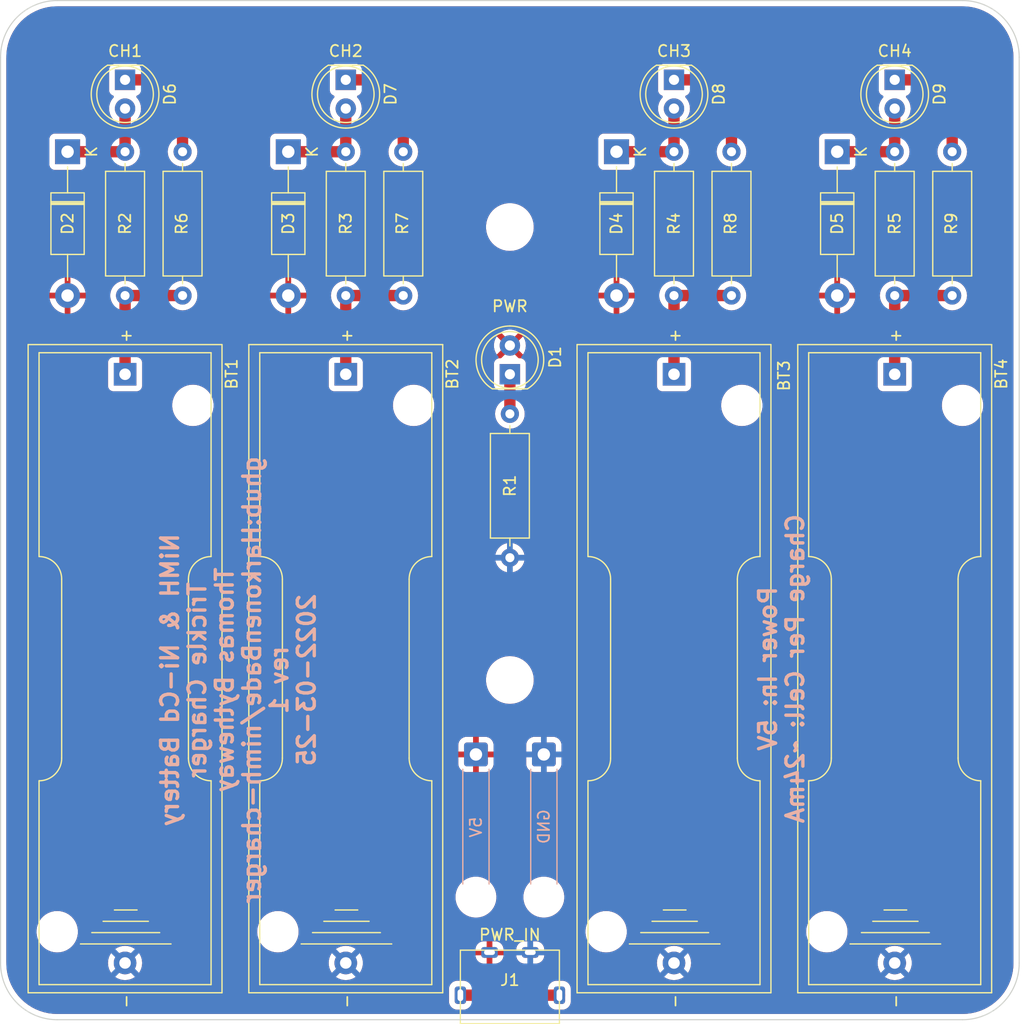
<source format=kicad_pcb>
(kicad_pcb (version 20211014) (generator pcbnew)
  (layers (0 "F.Cu" signal) (31 "B.Cu" signal) (34 "B.Paste" user) (35 "F.Paste" user) (36 "B.SilkS" user "B.Silkscreen") (37 "F.SilkS" user "F.Silkscreen") (38 "B.Mask" user) (39 "F.Mask" user) (44 "Edge.Cuts" user))
  (net 0 "")
  (net 1 "+5V")
  (net 2 "GND")
  (net 3 "unconnected-(J1-Pad3)")
  (net 4 "Net-(BT1-Pad1)")
  (net 5 "Net-(BT2-Pad1)")
  (net 6 "Net-(BT3-Pad1)")
  (net 7 "Net-(BT4-Pad1)")
  (net 8 "Net-(D1-Pad1)")
  (net 9 "Net-(D2-Pad1)")
  (net 10 "Net-(D3-Pad1)")
  (net 11 "Net-(D4-Pad1)")
  (net 12 "Net-(D5-Pad1)")
  (net 13 "Net-(D6-Pad1)")
  (net 14 "Net-(D7-Pad1)")
  (net 15 "Net-(D8-Pad1)")
  (net 16 "Net-(D9-Pad1)")
  (footprint "MountingHole:MountingHole_3.2mm_M3_DIN965" (layer "F.Cu") (at 95 120)
    (fp_text reference "H1" hide)
    (fp_text value "MountingHole")
    (pad "" np_thru_hole circle (at 0 0) (size 3.2 3.2) (drill 3.2) (layers *.Cu *.Mask))
  )
  (footprint "LED_THT:LED_D5.0mm" (layer "F.Cu") (at 129 67 -90)
    (fp_text reference "D9" (at 1.27 -3.96 90) (layer "F.SilkS"))
    (fp_text value "CH4" (at -2.54 0) (layer "F.SilkS"))
    (fp_line (start -1.29 -1.545) (end -1.29 1.545) (layer "F.SilkS") (width 0.12))
    (fp_arc (start -1.29 -1.54483) (mid 2.072002 -2.880433) (end 4.26 0.000462) (layer "F.SilkS") (width 0.12))
    (fp_arc (start 4.26 -0.000462) (mid 2.072002 2.880433) (end -1.29 1.54483) (layer "F.SilkS") (width 0.12))
    (fp_circle (center 1.27 0) (end 3.77 0) (layer "F.SilkS") (width 0.12) (fill none))
    (pad "1" thru_hole rect (at 0 0 270) (size 1.8 1.8) (drill 0.9) (layers *.Cu *.Mask) (net 16 "Net-(D9-Pad1)"))
    (pad "2" thru_hole circle (at 2.54 0 270) (size 1.8 1.8) (drill 0.9) (layers *.Cu *.Mask) (net 12 "Net-(D5-Pad1)"))
  )
  (footprint "nimh-charger:KH-TYPE-C-2P" (layer "F.Cu") (at 95 144.0575)
    (fp_text reference "J1" (at 0 2.4425 unlocked) (layer "F.SilkS"))
    (fp_text value "PWR_IN" (at 0 -1.5575 unlocked) (layer "F.SilkS"))
    (fp_rect (start -4.375 -0.2) (end 4.375 6.3) (layer "F.SilkS") (width 0.12) (fill none))
    (pad "1" thru_hole roundrect (at -1.8 0) (size 1.46 0.95) (drill oval 0.96 0.45) (layers *.Cu *.Mask) (net 1 "+5V"))
    (pad "2" thru_hole roundrect (at 1.8 0) (size 1.46 0.95) (drill oval 0.96 0.45) (layers *.Cu *.Mask) (net 2 "GND"))
    (pad "3" thru_hole roundrect (at -4.375 3.78) (size 1 1.54) (drill oval 0.5 1.04) (layers *.Cu *.Mask) (net 3 "unconnected-(J1-Pad3)"))
    (pad "3" thru_hole roundrect (at 4.375 3.78) (size 1 1.54) (drill oval 0.5 1.04) (layers *.Cu *.Mask) (net 3 "unconnected-(J1-Pad3)"))
  )
  (footprint "Diode_THT:D_DO-41_SOD81_P12.70mm_Horizontal" (layer "F.Cu") (at 123.92 73.35 -90)
    (fp_text reference "D5" (at 6.35 0 90) (layer "F.SilkS"))
    (fp_text value "1N400X")
    (fp_text user "K" (at 0 -2.1 90) (layer "F.SilkS"))
    (fp_line (start 4.53 -1.47) (end 4.53 1.47) (layer "F.SilkS") (width 0.12))
    (fp_line (start 4.41 -1.47) (end 4.41 1.47) (layer "F.SilkS") (width 0.12))
    (fp_line (start 4.65 -1.47) (end 4.65 1.47) (layer "F.SilkS") (width 0.12))
    (fp_line (start 1.34 0) (end 3.63 0) (layer "F.SilkS") (width 0.12))
    (fp_line (start 3.63 1.47) (end 9.07 1.47) (layer "F.SilkS") (width 0.12))
    (fp_line (start 9.07 -1.47) (end 3.63 -1.47) (layer "F.SilkS") (width 0.12))
    (fp_line (start 11.36 0) (end 9.07 0) (layer "F.SilkS") (width 0.12))
    (fp_line (start 9.07 1.47) (end 9.07 -1.47) (layer "F.SilkS") (width 0.12))
    (fp_line (start 3.63 -1.47) (end 3.63 1.47) (layer "F.SilkS") (width 0.12))
    (pad "1" thru_hole rect (at 0 0 270) (size 2.2 2.2) (drill 1.1) (layers *.Cu *.Mask) (net 12 "Net-(D5-Pad1)"))
    (pad "2" thru_hole oval (at 12.7 0 270) (size 2.2 2.2) (drill 1.1) (layers *.Cu *.Mask) (net 1 "+5V"))
  )
  (footprint "Resistor_THT:R_Axial_DIN0309_L9.0mm_D3.2mm_P12.70mm_Horizontal" (layer "F.Cu") (at 109.5 86.05 90)
    (fp_text reference "R4" (at 6.35 0 90) (layer "F.SilkS"))
    (fp_text value "120R")
    (fp_line (start 10.97 1.72) (end 10.97 -1.72) (layer "F.SilkS") (width 0.12))
    (fp_line (start 11.66 0) (end 10.97 0) (layer "F.SilkS") (width 0.12))
    (fp_line (start 1.04 0) (end 1.73 0) (layer "F.SilkS") (width 0.12))
    (fp_line (start 1.73 1.72) (end 10.97 1.72) (layer "F.SilkS") (width 0.12))
    (fp_line (start 10.97 -1.72) (end 1.73 -1.72) (layer "F.SilkS") (width 0.12))
    (fp_line (start 1.73 -1.72) (end 1.73 1.72) (layer "F.SilkS") (width 0.12))
    (pad "1" thru_hole circle (at 0 0 90) (size 1.6 1.6) (drill 0.8) (layers *.Cu *.Mask) (net 6 "Net-(BT3-Pad1)"))
    (pad "2" thru_hole oval (at 12.7 0 90) (size 1.6 1.6) (drill 0.8) (layers *.Cu *.Mask) (net 11 "Net-(D4-Pad1)"))
  )
  (footprint "Resistor_THT:R_Axial_DIN0309_L9.0mm_D3.2mm_P12.70mm_Horizontal" (layer "F.Cu") (at 85.58 73.35 -90)
    (fp_text reference "R7" (at 6.35 0.08 -90) (layer "F.SilkS"))
    (fp_text value "120R")
    (fp_line (start 1.73 1.72) (end 10.97 1.72) (layer "F.SilkS") (width 0.12))
    (fp_line (start 10.97 1.72) (end 10.97 -1.72) (layer "F.SilkS") (width 0.12))
    (fp_line (start 10.97 -1.72) (end 1.73 -1.72) (layer "F.SilkS") (width 0.12))
    (fp_line (start 1.73 -1.72) (end 1.73 1.72) (layer "F.SilkS") (width 0.12))
    (fp_line (start 11.66 0) (end 10.97 0) (layer "F.SilkS") (width 0.12))
    (fp_line (start 1.04 0) (end 1.73 0) (layer "F.SilkS") (width 0.12))
    (pad "1" thru_hole circle (at 0 0 270) (size 1.6 1.6) (drill 0.8) (layers *.Cu *.Mask) (net 14 "Net-(D7-Pad1)"))
    (pad "2" thru_hole oval (at 12.7 0 270) (size 1.6 1.6) (drill 0.8) (layers *.Cu *.Mask) (net 5 "Net-(BT2-Pad1)"))
  )
  (footprint "Resistor_THT:R_Axial_DIN0309_L9.0mm_D3.2mm_P12.70mm_Horizontal" (layer "F.Cu") (at 134.08 73.35 -90)
    (fp_text reference "R9" (at 6.35 0.08 -90) (layer "F.SilkS"))
    (fp_text value "120R")
    (fp_line (start 10.97 -1.72) (end 1.73 -1.72) (layer "F.SilkS") (width 0.12))
    (fp_line (start 1.04 0) (end 1.73 0) (layer "F.SilkS") (width 0.12))
    (fp_line (start 1.73 -1.72) (end 1.73 1.72) (layer "F.SilkS") (width 0.12))
    (fp_line (start 10.97 1.72) (end 10.97 -1.72) (layer "F.SilkS") (width 0.12))
    (fp_line (start 1.73 1.72) (end 10.97 1.72) (layer "F.SilkS") (width 0.12))
    (fp_line (start 11.66 0) (end 10.97 0) (layer "F.SilkS") (width 0.12))
    (pad "1" thru_hole circle (at 0 0 270) (size 1.6 1.6) (drill 0.8) (layers *.Cu *.Mask) (net 16 "Net-(D9-Pad1)"))
    (pad "2" thru_hole oval (at 12.7 0 270) (size 1.6 1.6) (drill 0.8) (layers *.Cu *.Mask) (net 7 "Net-(BT4-Pad1)"))
  )
  (footprint "Diode_THT:D_DO-41_SOD81_P12.70mm_Horizontal" (layer "F.Cu") (at 75.42 73.35 -90)
    (fp_text reference "D3" (at 6.35 0 90) (layer "F.SilkS"))
    (fp_text value "1N400X")
    (fp_text user "K" (at 0 -2.1 90) (layer "F.SilkS"))
    (fp_line (start 11.36 0) (end 9.07 0) (layer "F.SilkS") (width 0.12))
    (fp_line (start 1.34 0) (end 3.63 0) (layer "F.SilkS") (width 0.12))
    (fp_line (start 4.41 -1.47) (end 4.41 1.47) (layer "F.SilkS") (width 0.12))
    (fp_line (start 4.65 -1.47) (end 4.65 1.47) (layer "F.SilkS") (width 0.12))
    (fp_line (start 3.63 -1.47) (end 3.63 1.47) (layer "F.SilkS") (width 0.12))
    (fp_line (start 4.53 -1.47) (end 4.53 1.47) (layer "F.SilkS") (width 0.12))
    (fp_line (start 9.07 1.47) (end 9.07 -1.47) (layer "F.SilkS") (width 0.12))
    (fp_line (start 3.63 1.47) (end 9.07 1.47) (layer "F.SilkS") (width 0.12))
    (fp_line (start 9.07 -1.47) (end 3.63 -1.47) (layer "F.SilkS") (width 0.12))
    (pad "1" thru_hole rect (at 0 0 270) (size 2.2 2.2) (drill 1.1) (layers *.Cu *.Mask) (net 10 "Net-(D3-Pad1)"))
    (pad "2" thru_hole oval (at 12.7 0 270) (size 2.2 2.2) (drill 1.1) (layers *.Cu *.Mask) (net 1 "+5V"))
  )
  (footprint "Resistor_THT:R_Axial_DIN0309_L9.0mm_D3.2mm_P12.70mm_Horizontal" (layer "F.Cu") (at 61 86.05 90)
    (fp_text reference "R2" (at 6.35 0 90) (layer "F.SilkS"))
    (fp_text value "120R")
    (fp_line (start 1.04 0) (end 1.73 0) (layer "F.SilkS") (width 0.12))
    (fp_line (start 1.73 -1.72) (end 1.73 1.72) (layer "F.SilkS") (width 0.12))
    (fp_line (start 10.97 1.72) (end 10.97 -1.72) (layer "F.SilkS") (width 0.12))
    (fp_line (start 10.97 -1.72) (end 1.73 -1.72) (layer "F.SilkS") (width 0.12))
    (fp_line (start 11.66 0) (end 10.97 0) (layer "F.SilkS") (width 0.12))
    (fp_line (start 1.73 1.72) (end 10.97 1.72) (layer "F.SilkS") (width 0.12))
    (pad "1" thru_hole circle (at 0 0 90) (size 1.6 1.6) (drill 0.8) (layers *.Cu *.Mask) (net 4 "Net-(BT1-Pad1)"))
    (pad "2" thru_hole oval (at 12.7 0 90) (size 1.6 1.6) (drill 0.8) (layers *.Cu *.Mask) (net 9 "Net-(D2-Pad1)"))
  )
  (footprint "LED_THT:LED_D5.0mm" (layer "F.Cu") (at 61 67 -90)
    (fp_text reference "D6" (at 1.27 -3.96 90) (layer "F.SilkS"))
    (fp_text value "CH1" (at -2.54 0) (layer "F.SilkS"))
    (fp_line (start -1.29 -1.545) (end -1.29 1.545) (layer "F.SilkS") (width 0.12))
    (fp_arc (start 4.26 -0.000462) (mid 2.072002 2.880433) (end -1.29 1.54483) (layer "F.SilkS") (width 0.12))
    (fp_arc (start -1.29 -1.54483) (mid 2.072002 -2.880433) (end 4.26 0.000462) (layer "F.SilkS") (width 0.12))
    (fp_circle (center 1.27 0) (end 3.77 0) (layer "F.SilkS") (width 0.12) (fill none))
    (pad "1" thru_hole rect (at 0 0 270) (size 1.8 1.8) (drill 0.9) (layers *.Cu *.Mask) (net 13 "Net-(D6-Pad1)"))
    (pad "2" thru_hole circle (at 2.54 0 270) (size 1.8 1.8) (drill 0.9) (layers *.Cu *.Mask) (net 9 "Net-(D2-Pad1)"))
  )
  (footprint "nimh-charger:BatteryHolder_Keystone_2460_1xAA" (layer "F.Cu") (at 61 93 -90)
    (fp_text reference "BT1" (at -0.02 -9.42 90) (layer "F.SilkS"))
    (fp_text value "Battery_Cell")
    (fp_text user "-" (at 55.37 -0.06 90) (layer "F.SilkS"))
    (fp_text user "+" (at -3.4 -0.06 90) (layer "F.SilkS"))
    (fp_line (start -1.9 -7.6) (end 16.1 -7.6) (layer "F.SilkS") (width 0.12))
    (fp_line (start -1.9 -7.6) (end -1.9 7.6) (layer "F.SilkS") (width 0.12))
    (fp_line (start 48.31 -2.06) (end 48.31 1.94) (layer "F.SilkS") (width 0.12))
    (fp_line (start 50.31 -4.06) (end 50.31 3.94) (layer "F.SilkS") (width 0.12))
    (fp_line (start -1.9 7.6) (end 16.1 7.6) (layer "F.SilkS") (width 0.12))
    (fp_line (start -2.62 8.565) (end -2.62 -8.565) (layer "F.SilkS") (width 0.12))
    (fp_line (start 54.62 -8.565) (end 54.62 8.565) (layer "F.SilkS") (width 0.12))
    (fp_line (start 18.1 -5.6) (end 33.9 -5.6) (layer "F.SilkS") (width 0.12))
    (fp_line (start 53.9 -7.6) (end 53.9 7.6) (layer "F.SilkS") (width 0.12))
    (fp_line (start 47.31 -1.06) (end 47.31 0.94) (layer "F.SilkS") (width 0.12))
    (fp_line (start 35.9 7.6) (end 53.9 7.6) (layer "F.SilkS") (width 0.12))
    (fp_line (start 33.9 5.6) (end 18.1 5.6) (layer "F.SilkS") (width 0.12))
    (fp_line (start -2.62 -8.565) (end 54.62 -8.565) (layer "F.SilkS") (width 0.12))
    (fp_line (start 54.62 8.565) (end -2.62 8.565) (layer "F.SilkS") (width 0.12))
    (fp_line (start 35.9 -7.6) (end 53.9 -7.6) (layer "F.SilkS") (width 0.12))
    (fp_line (start 49.31 2.94) (end 49.31 -3.06) (layer "F.SilkS") (width 0.12))
    (fp_arc (start 35.9 -7.6) (mid 35.314214 -6.185786) (end 33.9 -5.6) (layer "F.SilkS") (width 0.12))
    (fp_arc (start 33.9 5.6) (mid 35.314214 6.185786) (end 35.9 7.6) (layer "F.SilkS") (width 0.12))
    (fp_arc (start 16.1 7.6) (mid 16.685786 6.185786) (end 18.1 5.6) (layer "F.SilkS") (width 0.12))
    (fp_arc (start 18.1 -5.6) (mid 16.685786 -6.185786) (end 16.1 -7.6) (layer "F.SilkS") (width 0.12))
    (pad "" np_thru_hole circle (at 2.75 -5.995) (size 2.64 2.64) (drill 2.64) (layers *.Cu *.Mask))
    (pad "" np_thru_hole circle (at 49.23 5.995 270) (size 2.64 2.64) (drill 2.64) (layers *.Cu *.Mask))
    (pad "1" thru_hole rect (at 0 0 90) (size 2 2) (drill 1.02) (layers *.Cu *.Mask) (net 4 "Net-(BT1-Pad1)"))
    (pad "2" thru_hole circle (at 51.99 0 90) (size 2 2) (drill 1.02) (layers *.Cu *.Mask) (net 2 "GND"))
  )
  (footprint "nimh-charger:BatteryHolder_Keystone_2460_1xAA" (layer "F.Cu") (at 129 93 -90)
    (fp_text reference "BT4" (at -0.02 -9.42 90) (layer "F.SilkS"))
    (fp_text value "Battery_Cell")
    (fp_text user "-" (at 55.37 -0.06 90) (layer "F.SilkS"))
    (fp_text user "+" (at -3.4 -0.06 90) (layer "F.SilkS"))
    (fp_line (start 35.9 -7.6) (end 53.9 -7.6) (layer "F.SilkS") (width 0.12))
    (fp_line (start 54.62 -8.565) (end 54.62 8.565) (layer "F.SilkS") (width 0.12))
    (fp_line (start -2.62 8.565) (end -2.62 -8.565) (layer "F.SilkS") (width 0.12))
    (fp_line (start 47.31 -1.06) (end 47.31 0.94) (layer "F.SilkS") (width 0.12))
    (fp_line (start -1.9 -7.6) (end 16.1 -7.6) (layer "F.SilkS") (width 0.12))
    (fp_line (start -1.9 7.6) (end 16.1 7.6) (layer "F.SilkS") (width 0.12))
    (fp_line (start 49.31 2.94) (end 49.31 -3.06) (layer "F.SilkS") (width 0.12))
    (fp_line (start -1.9 -7.6) (end -1.9 7.6) (layer "F.SilkS") (width 0.12))
    (fp_line (start 48.31 -2.06) (end 48.31 1.94) (layer "F.SilkS") (width 0.12))
    (fp_line (start 18.1 -5.6) (end 33.9 -5.6) (layer "F.SilkS") (width 0.12))
    (fp_line (start 35.9 7.6) (end 53.9 7.6) (layer "F.SilkS") (width 0.12))
    (fp_line (start 53.9 -7.6) (end 53.9 7.6) (layer "F.SilkS") (width 0.12))
    (fp_line (start 50.31 -4.06) (end 50.31 3.94) (layer "F.SilkS") (width 0.12))
    (fp_line (start 33.9 5.6) (end 18.1 5.6) (layer "F.SilkS") (width 0.12))
    (fp_line (start -2.62 -8.565) (end 54.62 -8.565) (layer "F.SilkS") (width 0.12))
    (fp_line (start 54.62 8.565) (end -2.62 8.565) (layer "F.SilkS") (width 0.12))
    (fp_arc (start 35.9 -7.6) (mid 35.314214 -6.185786) (end 33.9 -5.6) (layer "F.SilkS") (width 0.12))
    (fp_arc (start 16.1 7.6) (mid 16.685786 6.185786) (end 18.1 5.6) (layer "F.SilkS") (width 0.12))
    (fp_arc (start 33.9 5.6) (mid 35.314214 6.185786) (end 35.9 7.6) (layer "F.SilkS") (width 0.12))
    (fp_arc (start 18.1 -5.6) (mid 16.685786 -6.185786) (end 16.1 -7.6) (layer "F.SilkS") (width 0.12))
    (pad "" np_thru_hole circle (at 2.75 -5.995) (size 2.64 2.64) (drill 2.64) (layers *.Cu *.Mask))
    (pad "" np_thru_hole circle (at 49.23 5.995 270) (size 2.64 2.64) (drill 2.64) (layers *.Cu *.Mask))
    (pad "1" thru_hole rect (at 0 0 90) (size 2 2) (drill 1.02) (layers *.Cu *.Mask) (net 7 "Net-(BT4-Pad1)"))
    (pad "2" thru_hole circle (at 51.99 0 90) (size 2 2) (drill 1.02) (layers *.Cu *.Mask) (net 2 "GND"))
  )
  (footprint "Resistor_THT:R_Axial_DIN0309_L9.0mm_D3.2mm_P12.70mm_Horizontal" (layer "F.Cu") (at 80.5 86.05 90)
    (fp_text reference "R3" (at 6.35 0 90) (layer "F.SilkS"))
    (fp_text value "120R")
    (fp_line (start 1.73 1.72) (end 10.97 1.72) (layer "F.SilkS") (width 0.12))
    (fp_line (start 1.04 0) (end 1.73 0) (layer "F.SilkS") (width 0.12))
    (fp_line (start 10.97 -1.72) (end 1.73 -1.72) (layer "F.SilkS") (width 0.12))
    (fp_line (start 11.66 0) (end 10.97 0) (layer "F.SilkS") (width 0.12))
    (fp_line (start 10.97 1.72) (end 10.97 -1.72) (layer "F.SilkS") (width 0.12))
    (fp_line (start 1.73 -1.72) (end 1.73 1.72) (layer "F.SilkS") (width 0.12))
    (pad "1" thru_hole circle (at 0 0 90) (size 1.6 1.6) (drill 0.8) (layers *.Cu *.Mask) (net 5 "Net-(BT2-Pad1)"))
    (pad "2" thru_hole oval (at 12.7 0 90) (size 1.6 1.6) (drill 0.8) (layers *.Cu *.Mask) (net 10 "Net-(D3-Pad1)"))
  )
  (footprint "LED_THT:LED_D5.0mm" (layer "F.Cu") (at 95 93 90)
    (fp_text reference "D1" (at 1.5 4 90) (layer "F.SilkS"))
    (fp_text value "PWR" (at 6 0 180) (layer "F.SilkS"))
    (fp_line (start -1.29 -1.545) (end -1.29 1.545) (layer "F.SilkS") (width 0.12))
    (fp_arc (start 4.26 -0.000462) (mid 2.072002 2.880433) (end -1.29 1.54483) (layer "F.SilkS") (width 0.12))
    (fp_arc (start -1.29 -1.54483) (mid 2.072002 -2.880433) (end 4.26 0.000462) (layer "F.SilkS") (width 0.12))
    (fp_circle (center 1.27 0) (end 3.77 0) (layer "F.SilkS") (width 0.12) (fill none))
    (pad "1" thru_hole rect (at 0 0 90) (size 1.8 1.8) (drill 0.9) (layers *.Cu *.Mask) (net 8 "Net-(D1-Pad1)"))
    (pad "2" thru_hole circle (at 2.54 0 90) (size 1.8 1.8) (drill 0.9) (layers *.Cu *.Mask) (net 1 "+5V"))
  )
  (footprint "Resistor_THT:R_Axial_DIN0309_L9.0mm_D3.2mm_P12.70mm_Horizontal" (layer "F.Cu") (at 129 86.05 90)
    (fp_text reference "R5" (at 6.35 0 90) (layer "F.SilkS"))
    (fp_text value "120R")
    (fp_line (start 11.66 0) (end 10.97 0) (layer "F.SilkS") (width 0.12))
    (fp_line (start 1.04 0) (end 1.73 0) (layer "F.SilkS") (width 0.12))
    (fp_line (start 10.97 1.72) (end 10.97 -1.72) (layer "F.SilkS") (width 0.12))
    (fp_line (start 1.73 1.72) (end 10.97 1.72) (layer "F.SilkS") (width 0.12))
    (fp_line (start 10.97 -1.72) (end 1.73 -1.72) (layer "F.SilkS") (width 0.12))
    (fp_line (start 1.73 -1.72) (end 1.73 1.72) (layer "F.SilkS") (width 0.12))
    (pad "1" thru_hole circle (at 0 0 90) (size 1.6 1.6) (drill 0.8) (layers *.Cu *.Mask) (net 7 "Net-(BT4-Pad1)"))
    (pad "2" thru_hole oval (at 12.7 0 90) (size 1.6 1.6) (drill 0.8) (layers *.Cu *.Mask) (net 12 "Net-(D5-Pad1)"))
  )
  (footprint "Diode_THT:D_DO-41_SOD81_P12.70mm_Horizontal" (layer "F.Cu") (at 104.42 73.35 -90)
    (fp_text reference "D4" (at 6.35 0 90) (layer "F.SilkS"))
    (fp_text value "1N400X")
    (fp_text user "K" (at 0 -2.1 90) (layer "F.SilkS"))
    (fp_line (start 9.07 1.47) (end 9.07 -1.47) (layer "F.SilkS") (width 0.12))
    (fp_line (start 11.36 0) (end 9.07 0) (layer "F.SilkS") (width 0.12))
    (fp_line (start 4.65 -1.47) (end 4.65 1.47) (layer "F.SilkS") (width 0.12))
    (fp_line (start 9.07 -1.47) (end 3.63 -1.47) (layer "F.SilkS") (width 0.12))
    (fp_line (start 3.63 1.47) (end 9.07 1.47) (layer "F.SilkS") (width 0.12))
    (fp_line (start 4.53 -1.47) (end 4.53 1.47) (layer "F.SilkS") (width 0.12))
    (fp_line (start 4.41 -1.47) (end 4.41 1.47) (layer "F.SilkS") (width 0.12))
    (fp_line (start 1.34 0) (end 3.63 0) (layer "F.SilkS") (width 0.12))
    (fp_line (start 3.63 -1.47) (end 3.63 1.47) (layer "F.SilkS") (width 0.12))
    (pad "1" thru_hole rect (at 0 0 270) (size 2.2 2.2) (drill 1.1) (layers *.Cu *.Mask) (net 11 "Net-(D4-Pad1)"))
    (pad "2" thru_hole oval (at 12.7 0 270) (size 2.2 2.2) (drill 1.1) (layers *.Cu *.Mask) (net 1 "+5V"))
  )
  (footprint "Resistor_THT:R_Axial_DIN0309_L9.0mm_D3.2mm_P12.70mm_Horizontal" (layer "F.Cu") (at 114.58 73.35 -90)
    (fp_text reference "R8" (at 6.35 0.08 -90) (layer "F.SilkS"))
    (fp_text value "120R")
    (fp_line (start 1.73 1.72) (end 10.97 1.72) (layer "F.SilkS") (width 0.12))
    (fp_line (start 1.04 0) (end 1.73 0) (layer "F.SilkS") (width 0.12))
    (fp_line (start 10.97 1.72) (end 10.97 -1.72) (layer "F.SilkS") (width 0.12))
    (fp_line (start 10.97 -1.72) (end 1.73 -1.72) (layer "F.SilkS") (width 0.12))
    (fp_line (start 11.66 0) (end 10.97 0) (layer "F.SilkS") (width 0.12))
    (fp_line (start 1.73 -1.72) (end 1.73 1.72) (layer "F.SilkS") (width 0.12))
    (pad "1" thru_hole circle (at 0 0 270) (size 1.6 1.6) (drill 0.8) (layers *.Cu *.Mask) (net 15 "Net-(D8-Pad1)"))
    (pad "2" thru_hole oval (at 12.7 0 270) (size 1.6 1.6) (drill 0.8) (layers *.Cu *.Mask) (net 6 "Net-(BT3-Pad1)"))
  )
  (footprint "LED_THT:LED_D5.0mm" (layer "F.Cu") (at 80.5 67 -90)
    (fp_text reference "D7" (at 1.27 -3.96 90) (layer "F.SilkS"))
    (fp_text value "CH2" (at -2.54 0) (layer "F.SilkS"))
    (fp_line (start -1.29 -1.545) (end -1.29 1.545) (layer "F.SilkS") (width 0.12))
    (fp_arc (start -1.29 -1.54483) (mid 2.072002 -2.880433) (end 4.26 0.000462) (layer "F.SilkS") (width 0.12))
    (fp_arc (start 4.26 -0.000462) (mid 2.072002 2.880433) (end -1.29 1.54483) (layer "F.SilkS") (width 0.12))
    (fp_circle (center 1.27 0) (end 3.77 0) (layer "F.SilkS") (width 0.12) (fill none))
    (pad "1" thru_hole rect (at 0 0 270) (size 1.8 1.8) (drill 0.9) (layers *.Cu *.Mask) (net 14 "Net-(D7-Pad1)"))
    (pad "2" thru_hole circle (at 2.54 0 270) (size 1.8 1.8) (drill 0.9) (layers *.Cu *.Mask) (net 10 "Net-(D3-Pad1)"))
  )
  (footprint "MountingHole:MountingHole_3.2mm_M3_DIN965" (layer "F.Cu") (at 95 80)
    (fp_text reference "H2" hide)
    (fp_text value "MountingHole")
    (pad "" np_thru_hole circle (at 0 0) (size 3.2 3.2) (drill 3.2) (layers *.Cu *.Mask))
  )
  (footprint "nimh-charger:BatteryHolder_Keystone_2460_1xAA" (layer "F.Cu") (at 109.5 93 -90)
    (fp_text reference "BT3" (at 0.13 -9.72 90) (layer "F.SilkS"))
    (fp_text value "Battery_Cell")
    (fp_text user "-" (at 55.37 -0.06 90) (layer "F.SilkS"))
    (fp_text user "+" (at -3.4 -0.06 90) (layer "F.SilkS"))
    (fp_line (start -2.62 -8.565) (end 54.62 -8.565) (layer "F.SilkS") (width 0.12))
    (fp_line (start -2.62 8.565) (end -2.62 -8.565) (layer "F.SilkS") (width 0.12))
    (fp_line (start -1.9 -7.6) (end -1.9 7.6) (layer "F.SilkS") (width 0.12))
    (fp_line (start -1.9 7.6) (end 16.1 7.6) (layer "F.SilkS") (width 0.12))
    (fp_line (start 54.62 -8.565) (end 54.62 8.565) (layer "F.SilkS") (width 0.12))
    (fp_line (start 53.9 -7.6) (end 53.9 7.6) (layer "F.SilkS") (width 0.12))
    (fp_line (start 35.9 -7.6) (end 53.9 -7.6) (layer "F.SilkS") (width 0.12))
    (fp_line (start 50.31 -4.06) (end 50.31 3.94) (layer "F.SilkS") (width 0.12))
    (fp_line (start 18.1 -5.6) (end 33.9 -5.6) (layer "F.SilkS") (width 0.12))
    (fp_line (start 35.9 7.6) (end 53.9 7.6) (layer "F.SilkS") (width 0.12))
    (fp_line (start 49.31 2.94) (end 49.31 -3.06) (layer "F.SilkS") (width 0.12))
    (fp_line (start 54.62 8.565) (end -2.62 8.565) (layer "F.SilkS") (width 0.12))
    (fp_line (start -1.9 -7.6) (end 16.1 -7.6) (layer "F.SilkS") (width 0.12))
    (fp_line (start 33.9 5.6) (end 18.1 5.6) (layer "F.SilkS") (width 0.12))
    (fp_line (start 47.31 -1.06) (end 47.31 0.94) (layer "F.SilkS") (width 0.12))
    (fp_line (start 48.31 -2.06) (end 48.31 1.94) (layer "F.SilkS") (width 0.12))
    (fp_arc (start 16.1 7.6) (mid 16.685786 6.185786) (end 18.1 5.6) (layer "F.SilkS") (width 0.12))
    (fp_arc (start 35.9 -7.6) (mid 35.314214 -6.185786) (end 33.9 -5.6) (layer "F.SilkS") (width 0.12))
    (fp_arc (start 33.9 5.6) (mid 35.314214 6.185786) (end 35.9 7.6) (layer "F.SilkS") (width 0.12))
    (fp_arc (start 18.1 -5.6) (mid 16.685786 -6.185786) (end 16.1 -7.6) (layer "F.SilkS") (width 0.12))
    (pad "" np_thru_hole circle (at 2.75 -5.995) (size 2.64 2.64) (drill 2.64) (layers *.Cu *.Mask))
    (pad "" np_thru_hole circle (at 49.23 5.995 270) (size 2.64 2.64) (drill 2.64) (layers *.Cu *.Mask))
    (pad "1" thru_hole rect (at 0 0 90) (size 2 2) (drill 1.02) (layers *.Cu *.Mask) (net 6 "Net-(BT3-Pad1)"))
    (pad "2" thru_hole circle (at 51.99 0 90) (size 2 2) (drill 1.02) (layers *.Cu *.Mask) (net 2 "GND"))
  )
  (footprint "Resistor_THT:R_Axial_DIN0309_L9.0mm_D3.2mm_P12.70mm_Horizontal" (layer "F.Cu") (at 95 96.5 -90)
    (fp_text reference "R1" (at 6.35 0 -90) (layer "F.SilkS"))
    (fp_text value "470R")
    (fp_line (start 10.97 1.72) (end 10.97 -1.72) (layer "F.SilkS") (width 0.12))
    (fp_line (start 10.97 -1.72) (end 1.73 -1.72) (layer "F.SilkS") (width 0.12))
    (fp_line (start 1.73 1.72) (end 10.97 1.72) (layer "F.SilkS") (width 0.12))
    (fp_line (start 11.66 0) (end 10.97 0) (layer "F.SilkS") (width 0.12))
    (fp_line (start 1.73 -1.72) (end 1.73 1.72) (layer "F.SilkS") (width 0.12))
    (fp_line (start 1.04 0) (end 1.73 0) (layer "F.SilkS") (width 0.12))
    (pad "1" thru_hole circle (at 0 0 270) (size 1.6 1.6) (drill 0.8) (layers *.Cu *.Mask) (net 8 "Net-(D1-Pad1)"))
    (pad "2" thru_hole oval (at 12.7 0 270) (size 1.6 1.6) (drill 0.8) (layers *.Cu *.Mask) (net 2 "GND"))
  )
  (footprint "nimh-charger:BatteryHolder_Keystone_2460_1xAA" (layer "F.Cu") (at 80.5 93 -90)
    (fp_text reference "BT2" (at -0.02 -9.42 90) (layer "F.SilkS"))
    (fp_text value "Battery_Cell")
    (fp_text user "-" (at 55.37 -0.06 90) (layer "F.SilkS"))
    (fp_text user "+" (at -3.4 -0.06 90) (layer "F.SilkS"))
    (fp_line (start 50.31 -4.06) (end 50.31 3.94) (layer "F.SilkS") (width 0.12))
    (fp_line (start 48.31 -2.06) (end 48.31 1.94) (layer "F.SilkS") (width 0.12))
    (fp_line (start -2.62 8.565) (end -2.62 -8.565) (layer "F.SilkS") (width 0.12))
    (fp_line (start 18.1 -5.6) (end 33.9 -5.6) (layer "F.SilkS") (width 0.12))
    (fp_line (start -1.9 -7.6) (end -1.9 7.6) (layer "F.SilkS") (width 0.12))
    (fp_line (start 54.62 -8.565) (end 54.62 8.565) (layer "F.SilkS") (width 0.12))
    (fp_line (start 49.31 2.94) (end 49.31 -3.06) (layer "F.SilkS") (width 0.12))
    (fp_line (start 54.62 8.565) (end -2.62 8.565) (layer "F.SilkS") (width 0.12))
    (fp_line (start 33.9 5.6) (end 18.1 5.6) (layer "F.SilkS") (width 0.12))
    (fp_line (start 35.9 7.6) (end 53.9 7.6) (layer "F.SilkS") (width 0.12))
    (fp_line (start 53.9 -7.6) (end 53.9 7.6) (layer "F.SilkS") (width 0.12))
    (fp_line (start -1.9 -7.6) (end 16.1 -7.6) (layer "F.SilkS") (width 0.12))
    (fp_line (start -1.9 7.6) (end 16.1 7.6) (layer "F.SilkS") (width 0.12))
    (fp_line (start 47.31 -1.06) (end 47.31 0.94) (layer "F.SilkS") (width 0.12))
    (fp_line (start -2.62 -8.565) (end 54.62 -8.565) (layer "F.SilkS") (width 0.12))
    (fp_line (start 35.9 -7.6) (end 53.9 -7.6) (layer "F.SilkS") (width 0.12))
    (fp_arc (start 35.9 -7.6) (mid 35.314214 -6.185786) (end 33.9 -5.6) (layer "F.SilkS") (width 0.12))
    (fp_arc (start 33.9 5.6) (mid 35.314214 6.185786) (end 35.9 7.6) (layer "F.SilkS") (width 0.12))
    (fp_arc (start 18.1 -5.6) (mid 16.685786 -6.185786) (end 16.1 -7.6) (layer "F.SilkS") (width 0.12))
    (fp_arc (start 16.1 7.6) (mid 16.685786 6.185786) (end 18.1 5.6) (layer "F.SilkS") (width 0.12))
    (pad "" np_thru_hole circle (at 2.75 -5.995) (size 2.64 2.64) (drill 2.64) (layers *.Cu *.Mask))
    (pad "" np_thru_hole circle (at 49.23 5.995 270) (size 2.64 2.64) (drill 2.64) (layers *.Cu *.Mask))
    (pad "1" thru_hole rect (at 0 0 90) (size 2 2) (drill 1.02) (layers *.Cu *.Mask) (net 5 "Net-(BT2-Pad1)"))
    (pad "2" thru_hole circle (at 51.99 0 90) (size 2 2) (drill 1.02) (layers *.Cu *.Mask) (net 2 "GND"))
  )
  (footprint "Resistor_THT:R_Axial_DIN0309_L9.0mm_D3.2mm_P12.70mm_Horizontal" (layer "F.Cu") (at 66.08 73.35 -90)
    (fp_text reference "R6" (at 6.35 0.08 -90) (layer "F.SilkS"))
    (fp_text value "120R")
    (fp_line (start 1.73 1.72) (end 10.97 1.72) (layer "F.SilkS") (width 0.12))
    (fp_line (start 10.97 -1.72) (end 1.73 -1.72) (layer "F.SilkS") (width 0.12))
    (fp_line (start 11.66 0) (end 10.97 0) (layer "F.SilkS") (width 0.12))
    (fp_line (start 1.04 0) (end 1.73 0) (layer "F.SilkS") (width 0.12))
    (fp_line (start 1.73 -1.72) (end 1.73 1.72) (layer "F.SilkS") (width 0.12))
    (fp_line (start 10.97 1.72) (end 10.97 -1.72) (layer "F.SilkS") (width 0.12))
    (pad "1" thru_hole circle (at 0 0 270) (size 1.6 1.6) (drill 0.8) (layers *.Cu *.Mask) (net 13 "Net-(D6-Pad1)"))
    (pad "2" thru_hole oval (at 12.7 0 270) (size 1.6 1.6) (drill 0.8) (layers *.Cu *.Mask) (net 4 "Net-(BT1-Pad1)"))
  )
  (footprint "Diode_THT:D_DO-41_SOD81_P12.70mm_Horizontal" (layer "F.Cu") (at 55.92 73.35 -90)
    (fp_text reference "D2" (at 6.35 0 90) (layer "F.SilkS"))
    (fp_text value "1N400X")
    (fp_text user "K" (at 0 -2.1 90) (layer "F.SilkS"))
    (fp_line (start 4.53 -1.47) (end 4.53 1.47) (layer "F.SilkS") (width 0.12))
    (fp_line (start 3.63 -1.47) (end 3.63 1.47) (layer "F.SilkS") (width 0.12))
    (fp_line (start 9.07 1.47) (end 9.07 -1.47) (layer "F.SilkS") (width 0.12))
    (fp_line (start 11.36 0) (end 9.07 0) (layer "F.SilkS") (width 0.12))
    (fp_line (start 4.65 -1.47) (end 4.65 1.47) (layer "F.SilkS") (width 0.12))
    (fp_line (start 3.63 1.47) (end 9.07 1.47) (layer "F.SilkS") (width 0.12))
    (fp_line (start 4.41 -1.47) (end 4.41 1.47) (layer "F.SilkS") (width 0.12))
    (fp_line (start 1.34 0) (end 3.63 0) (layer "F.SilkS") (width 0.12))
    (fp_line (start 9.07 -1.47) (end 3.63 -1.47) (layer "F.SilkS") (width 0.12))
    (pad "1" thru_hole rect (at 0 0 270) (size 2.2 2.2) (drill 1.1) (layers *.Cu *.Mask) (net 9 "Net-(D2-Pad1)"))
    (pad "2" thru_hole oval (at 12.7 0 270) (size 2.2 2.2) (drill 1.1) (layers *.Cu *.Mask) (net 1 "+5V"))
  )
  (footprint "LED_THT:LED_D5.0mm" (layer "F.Cu") (at 109.5 67 -90)
    (fp_text reference "D8" (at 1.27 -3.96 90) (layer "F.SilkS"))
    (fp_text value "CH3" (at -2.54 0) (layer "F.SilkS"))
    (fp_line (start -1.29 -1.545) (end -1.29 1.545) (layer "F.SilkS") (width 0.12))
    (fp_arc (start 4.26 -0.000462) (mid 2.072002 2.880433) (end -1.29 1.54483) (layer "F.SilkS") (width 0.12))
    (fp_arc (start -1.29 -1.54483) (mid 2.072002 -2.880433) (end 4.26 0.000462) (layer "F.SilkS") (width 0.12))
    (fp_circle (center 1.27 0) (end 3.77 0) (layer "F.SilkS") (width 0.12) (fill none))
    (pad "1" thru_hole rect (at 0 0 270) (size 1.8 1.8) (drill 0.9) (layers *.Cu *.Mask) (net 15 "Net-(D8-Pad1)"))
    (pad "2" thru_hole circle (at 2.54 0 270) (size 1.8 1.8) (drill 0.9) (layers *.Cu *.Mask) (net 11 "Net-(D4-Pad1)"))
  )
  (footprint "Connector_Wire:SolderWire-0.5sqmm_1x01_D0.9mm_OD2.1mm_Relief" (layer "B.Cu") (at 92 126.575 180)
    (fp_text reference "TP1" hide)
    (fp_text value "5V" (at 0 -6.425 90) (layer "B.SilkS") (effects (justify mirror)))
    (fp_line (start -1.16 -1.31) (end -1.16 -11.44) (layer "B.SilkS") (width 0.12))
    (fp_line (start 1.16 -1.31) (end 1.16 -11.44) (layer "B.SilkS") (width 0.12))
    (pad "" np_thru_hole circle (at 0 -12.6 180) (size 2.6 2.6) (drill 2.6) (layers *.Cu *.Mask))
    (pad "1" thru_hole roundrect (at 0 0 180) (size 2.1 2.1) (drill 1.1) (layers *.Cu *.Mask) (roundrect_rratio 0.1190480952) (net 1 "+5V"))
  )
  (footprint "Connector_Wire:SolderWire-0.5sqmm_1x01_D0.9mm_OD2.1mm_Relief" (layer "B.Cu") (at 98 126.575 180)
    (fp_text reference "TP2" hide)
    (fp_text value "GND" (at 0 -6.375 90) (layer "B.SilkS") (effects (justify mirror)))
    (fp_line (start 1.16 -1.31) (end 1.16 -11.44) (layer "B.SilkS") (width 0.12))
    (fp_line (start -1.16 -1.31) (end -1.16 -11.44) (layer "B.SilkS") (width 0.12))
    (pad "" np_thru_hole circle (at 0 -12.6 180) (size 2.6 2.6) (drill 2.6) (layers *.Cu *.Mask))
    (pad "1" thru_hole roundrect (at 0 0 180) (size 2.1 2.1) (drill 1.1) (layers *.Cu *.Mask) (roundrect_rratio 0.1190480952) (net 2 "GND"))
  )
  (gr_arc (start 135 60) (mid 138.535534 61.464466) (end 140 65) (layer "Edge.Cuts") (width 0.1))
  (gr_line (start 50 145) (end 50 65) (layer "Edge.Cuts") (width 0.1))
  (gr_arc (start 55 150) (mid 51.464466 148.535534) (end 50 145) (layer "Edge.Cuts") (width 0.1))
  (gr_line (start 135 150) (end 55 150) (layer "Edge.Cuts") (width 0.1))
  (gr_arc (start 140 145) (mid 138.535534 148.535534) (end 135 150) (layer "Edge.Cuts") (width 0.1))
  (gr_line (start 55 60) (end 135 60) (layer "Edge.Cuts") (width 0.1))
  (gr_line (start 140 65) (end 140 145) (layer "Edge.Cuts") (width 0.1))
  (gr_arc (start 50 65) (mid 51.464466 61.464466) (end 55 60) (layer "Edge.Cuts") (width 0.1))
  (gr_text "Power In: 5V\nCharge Per Cell: ~24mA" (at 119 119 90) (layer "B.SilkS") (effects (font (size 1.5 1.5) (thickness 0.3)) (justify mirror)))
  (gr_text "NiMH & Ni-Cd Battery\nTrickle Charger\nThomas Bytheway\nghub:HarkonenBade/nimh-charger\nrev 1\n2022-03-25" (at 71 120 90) (layer "B.SilkS") (effects (font (size 1.5 1.5) (thickness 0.3)) (justify mirror)))
  (segment (start 90.625 147.8375) (end 99.375 147.8375) (width 1) (layer "F.Cu") (net 3))
  (segment (start 61 86.05) (end 61 93) (width 1) (layer "F.Cu") (net 4))
  (segment (start 66.08 86.05) (end 61 86.05) (width 1) (layer "F.Cu") (net 4))
  (segment (start 80.5 93) (end 80.5 86.05) (width 1) (layer "F.Cu") (net 5))
  (segment (start 85.58 86.05) (end 80.5 86.05) (width 1) (layer "F.Cu") (net 5))
  (segment (start 109.5 86.05) (end 109.5 93) (width 1) (layer "F.Cu") (net 6))
  (segment (start 109.5 86.05) (end 114.58 86.05) (width 1) (layer "F.Cu") (net 6))
  (segment (start 129 86.05) (end 134.08 86.05) (width 1) (layer "F.Cu") (net 7))
  (segment (start 129 86.05) (end 129 93) (width 1) (layer "F.Cu") (net 7))
  (segment (start 95 93) (end 95 96.5) (width 1) (layer "F.Cu") (net 8))
  (segment (start 61 73.35) (end 61 69.54) (width 1) (layer "F.Cu") (net 9))
  (segment (start 55.92 73.35) (end 61 73.35) (width 1) (layer "F.Cu") (net 9))
  (segment (start 75.42 73.35) (end 80.5 73.35) (width 1) (layer "F.Cu") (net 10))
  (segment (start 80.5 73.35) (end 80.5 69.54) (width 1) (layer "F.Cu") (net 10))
  (segment (start 109.5 69.54) (end 109.5 73.35) (width 1) (layer "F.Cu") (net 11))
  (segment (start 104.42 73.35) (end 109.5 73.35) (width 1) (layer "F.Cu") (net 11))
  (segment (start 129 69.54) (end 129 73.35) (width 1) (layer "F.Cu") (net 12))
  (segment (start 123.92 73.35) (end 129 73.35) (width 1) (layer "F.Cu") (net 12))
  (segment (start 66.08 69.54) (end 66.08 73.35) (width 1) (layer "F.Cu") (net 13))
  (segment (start 61 67) (end 63.54 67) (width 1) (layer "F.Cu") (net 13))
  (segment (start 63.54 67) (end 66.08 69.54) (width 1) (layer "F.Cu") (net 13))
  (segment (start 85.58 69.54) (end 85.58 73.35) (width 1) (layer "F.Cu") (net 14))
  (segment (start 80.5 67) (end 83.04 67) (width 1) (layer "F.Cu") (net 14))
  (segment (start 83.04 67) (end 85.58 69.54) (width 1) (layer "F.Cu") (net 14))
  (segment (start 114.58 69.54) (end 114.58 73.35) (width 1) (layer "F.Cu") (net 15))
  (segment (start 112.04 67) (end 114.58 69.54) (width 1) (layer "F.Cu") (net 15))
  (segment (start 109.5 67) (end 112.04 67) (width 1) (layer "F.Cu") (net 15))
  (segment (start 134.08 69.54) (end 134.08 73.35) (width 1) (layer "F.Cu") (net 16))
  (segment (start 131.54 67) (end 134.08 69.54) (width 1) (layer "F.Cu") (net 16))
  (segment (start 129 67) (end 131.54 67) (width 1) (layer "F.Cu") (net 16))
  (zone (net 1) (net_name "+5V") (layer "F.Cu") (connect_pads (clearance 0.508)) (min_thickness 0.254) (fill yes (thermal_gap 0.508) (thermal_bridge_width 0.508))
    (polygon (pts (xy 140.25 149.9) (xy 50 149.9) (xy 50 60) (xy 140.25 60)))
  )
  (zone (net 2) (net_name "GND") (layer "B.Cu") (connect_pads (clearance 0.508)) (min_thickness 0.254) (fill yes (thermal_gap 0.508) (thermal_bridge_width 0.508))
    (polygon (pts (xy 140.25 149.9) (xy 50 149.9) (xy 50 60) (xy 140.25 60)))
  )
)
</source>
